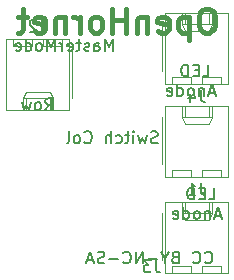
<source format=gbr>
G04 #@! TF.GenerationSoftware,KiCad,Pcbnew,(5.1.5-0-10_14)*
G04 #@! TF.CreationDate,2020-06-22T05:53:20+10:00*
G04 #@! TF.ProjectId,MasterModePushbutton,4d617374-6572-44d6-9f64-655075736862,rev?*
G04 #@! TF.SameCoordinates,Original*
G04 #@! TF.FileFunction,Legend,Bot*
G04 #@! TF.FilePolarity,Positive*
%FSLAX46Y46*%
G04 Gerber Fmt 4.6, Leading zero omitted, Abs format (unit mm)*
G04 Created by KiCad (PCBNEW (5.1.5-0-10_14)) date 2020-06-22 05:53:20*
%MOMM*%
%LPD*%
G04 APERTURE LIST*
%ADD10C,0.150000*%
%ADD11C,0.400000*%
%ADD12C,0.120000*%
G04 APERTURE END LIST*
D10*
X129157146Y-92721860D02*
X129490480Y-92245670D01*
X129728575Y-92721860D02*
X129728575Y-91721860D01*
X129347622Y-91721860D01*
X129252384Y-91769480D01*
X129204765Y-91817099D01*
X129157146Y-91912337D01*
X129157146Y-92055194D01*
X129204765Y-92150432D01*
X129252384Y-92198051D01*
X129347622Y-92245670D01*
X129728575Y-92245670D01*
X128585718Y-92721860D02*
X128680956Y-92674241D01*
X128728575Y-92626622D01*
X128776194Y-92531384D01*
X128776194Y-92245670D01*
X128728575Y-92150432D01*
X128680956Y-92102813D01*
X128585718Y-92055194D01*
X128442860Y-92055194D01*
X128347622Y-92102813D01*
X128300003Y-92150432D01*
X128252384Y-92245670D01*
X128252384Y-92531384D01*
X128300003Y-92626622D01*
X128347622Y-92674241D01*
X128442860Y-92721860D01*
X128585718Y-92721860D01*
X127919051Y-92055194D02*
X127728575Y-92721860D01*
X127538099Y-92245670D01*
X127347622Y-92721860D01*
X127157146Y-92055194D01*
X138650003Y-95468241D02*
X138507146Y-95515860D01*
X138269051Y-95515860D01*
X138173813Y-95468241D01*
X138126194Y-95420622D01*
X138078575Y-95325384D01*
X138078575Y-95230146D01*
X138126194Y-95134908D01*
X138173813Y-95087289D01*
X138269051Y-95039670D01*
X138459527Y-94992051D01*
X138554765Y-94944432D01*
X138602384Y-94896813D01*
X138650003Y-94801575D01*
X138650003Y-94706337D01*
X138602384Y-94611099D01*
X138554765Y-94563480D01*
X138459527Y-94515860D01*
X138221432Y-94515860D01*
X138078575Y-94563480D01*
X137745241Y-94849194D02*
X137554765Y-95515860D01*
X137364289Y-95039670D01*
X137173813Y-95515860D01*
X136983337Y-94849194D01*
X136602384Y-95515860D02*
X136602384Y-94849194D01*
X136602384Y-94515860D02*
X136650003Y-94563480D01*
X136602384Y-94611099D01*
X136554765Y-94563480D01*
X136602384Y-94515860D01*
X136602384Y-94611099D01*
X136269051Y-94849194D02*
X135888099Y-94849194D01*
X136126194Y-94515860D02*
X136126194Y-95373003D01*
X136078575Y-95468241D01*
X135983337Y-95515860D01*
X135888099Y-95515860D01*
X135126194Y-95468241D02*
X135221432Y-95515860D01*
X135411908Y-95515860D01*
X135507146Y-95468241D01*
X135554765Y-95420622D01*
X135602384Y-95325384D01*
X135602384Y-95039670D01*
X135554765Y-94944432D01*
X135507146Y-94896813D01*
X135411908Y-94849194D01*
X135221432Y-94849194D01*
X135126194Y-94896813D01*
X134697622Y-95515860D02*
X134697622Y-94515860D01*
X134269051Y-95515860D02*
X134269051Y-94992051D01*
X134316670Y-94896813D01*
X134411908Y-94849194D01*
X134554765Y-94849194D01*
X134650003Y-94896813D01*
X134697622Y-94944432D01*
X132459527Y-95420622D02*
X132507146Y-95468241D01*
X132650003Y-95515860D01*
X132745241Y-95515860D01*
X132888099Y-95468241D01*
X132983337Y-95373003D01*
X133030956Y-95277765D01*
X133078575Y-95087289D01*
X133078575Y-94944432D01*
X133030956Y-94753956D01*
X132983337Y-94658718D01*
X132888099Y-94563480D01*
X132745241Y-94515860D01*
X132650003Y-94515860D01*
X132507146Y-94563480D01*
X132459527Y-94611099D01*
X131888099Y-95515860D02*
X131983337Y-95468241D01*
X132030956Y-95420622D01*
X132078575Y-95325384D01*
X132078575Y-95039670D01*
X132030956Y-94944432D01*
X131983337Y-94896813D01*
X131888099Y-94849194D01*
X131745241Y-94849194D01*
X131650003Y-94896813D01*
X131602384Y-94944432D01*
X131554765Y-95039670D01*
X131554765Y-95325384D01*
X131602384Y-95420622D01*
X131650003Y-95468241D01*
X131745241Y-95515860D01*
X131888099Y-95515860D01*
X130983337Y-95515860D02*
X131078575Y-95468241D01*
X131126194Y-95373003D01*
X131126194Y-94515860D01*
X142468289Y-89864860D02*
X142944480Y-89864860D01*
X142944480Y-88864860D01*
X142134956Y-89341051D02*
X141801622Y-89341051D01*
X141658765Y-89864860D02*
X142134956Y-89864860D01*
X142134956Y-88864860D01*
X141658765Y-88864860D01*
X141230194Y-89864860D02*
X141230194Y-88864860D01*
X140992099Y-88864860D01*
X140849241Y-88912480D01*
X140754003Y-89007718D01*
X140706384Y-89102956D01*
X140658765Y-89293432D01*
X140658765Y-89436289D01*
X140706384Y-89626765D01*
X140754003Y-89722003D01*
X140849241Y-89817241D01*
X140992099Y-89864860D01*
X141230194Y-89864860D01*
X143468289Y-91229146D02*
X142992099Y-91229146D01*
X143563527Y-91514860D02*
X143230194Y-90514860D01*
X142896860Y-91514860D01*
X142563527Y-90848194D02*
X142563527Y-91514860D01*
X142563527Y-90943432D02*
X142515908Y-90895813D01*
X142420670Y-90848194D01*
X142277813Y-90848194D01*
X142182575Y-90895813D01*
X142134956Y-90991051D01*
X142134956Y-91514860D01*
X141515908Y-91514860D02*
X141611146Y-91467241D01*
X141658765Y-91419622D01*
X141706384Y-91324384D01*
X141706384Y-91038670D01*
X141658765Y-90943432D01*
X141611146Y-90895813D01*
X141515908Y-90848194D01*
X141373051Y-90848194D01*
X141277813Y-90895813D01*
X141230194Y-90943432D01*
X141182575Y-91038670D01*
X141182575Y-91324384D01*
X141230194Y-91419622D01*
X141277813Y-91467241D01*
X141373051Y-91514860D01*
X141515908Y-91514860D01*
X140325432Y-91514860D02*
X140325432Y-90514860D01*
X140325432Y-91467241D02*
X140420670Y-91514860D01*
X140611146Y-91514860D01*
X140706384Y-91467241D01*
X140754003Y-91419622D01*
X140801622Y-91324384D01*
X140801622Y-91038670D01*
X140754003Y-90943432D01*
X140706384Y-90895813D01*
X140611146Y-90848194D01*
X140420670Y-90848194D01*
X140325432Y-90895813D01*
X139468289Y-91467241D02*
X139563527Y-91514860D01*
X139754003Y-91514860D01*
X139849241Y-91467241D01*
X139896860Y-91372003D01*
X139896860Y-90991051D01*
X139849241Y-90895813D01*
X139754003Y-90848194D01*
X139563527Y-90848194D01*
X139468289Y-90895813D01*
X139420670Y-90991051D01*
X139420670Y-91086289D01*
X139896860Y-91181527D01*
X142976289Y-100278860D02*
X143452480Y-100278860D01*
X143452480Y-99278860D01*
X142642956Y-99755051D02*
X142309622Y-99755051D01*
X142166765Y-100278860D02*
X142642956Y-100278860D01*
X142642956Y-99278860D01*
X142166765Y-99278860D01*
X141738194Y-100278860D02*
X141738194Y-99278860D01*
X141500099Y-99278860D01*
X141357241Y-99326480D01*
X141262003Y-99421718D01*
X141214384Y-99516956D01*
X141166765Y-99707432D01*
X141166765Y-99850289D01*
X141214384Y-100040765D01*
X141262003Y-100136003D01*
X141357241Y-100231241D01*
X141500099Y-100278860D01*
X141738194Y-100278860D01*
X143976289Y-101643146D02*
X143500099Y-101643146D01*
X144071527Y-101928860D02*
X143738194Y-100928860D01*
X143404860Y-101928860D01*
X143071527Y-101262194D02*
X143071527Y-101928860D01*
X143071527Y-101357432D02*
X143023908Y-101309813D01*
X142928670Y-101262194D01*
X142785813Y-101262194D01*
X142690575Y-101309813D01*
X142642956Y-101405051D01*
X142642956Y-101928860D01*
X142023908Y-101928860D02*
X142119146Y-101881241D01*
X142166765Y-101833622D01*
X142214384Y-101738384D01*
X142214384Y-101452670D01*
X142166765Y-101357432D01*
X142119146Y-101309813D01*
X142023908Y-101262194D01*
X141881051Y-101262194D01*
X141785813Y-101309813D01*
X141738194Y-101357432D01*
X141690575Y-101452670D01*
X141690575Y-101738384D01*
X141738194Y-101833622D01*
X141785813Y-101881241D01*
X141881051Y-101928860D01*
X142023908Y-101928860D01*
X140833432Y-101928860D02*
X140833432Y-100928860D01*
X140833432Y-101881241D02*
X140928670Y-101928860D01*
X141119146Y-101928860D01*
X141214384Y-101881241D01*
X141262003Y-101833622D01*
X141309622Y-101738384D01*
X141309622Y-101452670D01*
X141262003Y-101357432D01*
X141214384Y-101309813D01*
X141119146Y-101262194D01*
X140928670Y-101262194D01*
X140833432Y-101309813D01*
X139976289Y-101881241D02*
X140071527Y-101928860D01*
X140262003Y-101928860D01*
X140357241Y-101881241D01*
X140404860Y-101786003D01*
X140404860Y-101405051D01*
X140357241Y-101309813D01*
X140262003Y-101262194D01*
X140071527Y-101262194D01*
X139976289Y-101309813D01*
X139928670Y-101405051D01*
X139928670Y-101500289D01*
X140404860Y-101595527D01*
X142663146Y-105604622D02*
X142710765Y-105652241D01*
X142853622Y-105699860D01*
X142948860Y-105699860D01*
X143091718Y-105652241D01*
X143186956Y-105557003D01*
X143234575Y-105461765D01*
X143282194Y-105271289D01*
X143282194Y-105128432D01*
X143234575Y-104937956D01*
X143186956Y-104842718D01*
X143091718Y-104747480D01*
X142948860Y-104699860D01*
X142853622Y-104699860D01*
X142710765Y-104747480D01*
X142663146Y-104795099D01*
X141663146Y-105604622D02*
X141710765Y-105652241D01*
X141853622Y-105699860D01*
X141948860Y-105699860D01*
X142091718Y-105652241D01*
X142186956Y-105557003D01*
X142234575Y-105461765D01*
X142282194Y-105271289D01*
X142282194Y-105128432D01*
X142234575Y-104937956D01*
X142186956Y-104842718D01*
X142091718Y-104747480D01*
X141948860Y-104699860D01*
X141853622Y-104699860D01*
X141710765Y-104747480D01*
X141663146Y-104795099D01*
X140139337Y-105176051D02*
X139996480Y-105223670D01*
X139948860Y-105271289D01*
X139901241Y-105366527D01*
X139901241Y-105509384D01*
X139948860Y-105604622D01*
X139996480Y-105652241D01*
X140091718Y-105699860D01*
X140472670Y-105699860D01*
X140472670Y-104699860D01*
X140139337Y-104699860D01*
X140044099Y-104747480D01*
X139996480Y-104795099D01*
X139948860Y-104890337D01*
X139948860Y-104985575D01*
X139996480Y-105080813D01*
X140044099Y-105128432D01*
X140139337Y-105176051D01*
X140472670Y-105176051D01*
X139282194Y-105223670D02*
X139282194Y-105699860D01*
X139615527Y-104699860D02*
X139282194Y-105223670D01*
X138948860Y-104699860D01*
X138615527Y-105318908D02*
X137853622Y-105318908D01*
X137377432Y-105699860D02*
X137377432Y-104699860D01*
X136806003Y-105699860D01*
X136806003Y-104699860D01*
X135758384Y-105604622D02*
X135806003Y-105652241D01*
X135948860Y-105699860D01*
X136044099Y-105699860D01*
X136186956Y-105652241D01*
X136282194Y-105557003D01*
X136329813Y-105461765D01*
X136377432Y-105271289D01*
X136377432Y-105128432D01*
X136329813Y-104937956D01*
X136282194Y-104842718D01*
X136186956Y-104747480D01*
X136044099Y-104699860D01*
X135948860Y-104699860D01*
X135806003Y-104747480D01*
X135758384Y-104795099D01*
X135329813Y-105318908D02*
X134567908Y-105318908D01*
X134139337Y-105652241D02*
X133996480Y-105699860D01*
X133758384Y-105699860D01*
X133663146Y-105652241D01*
X133615527Y-105604622D01*
X133567908Y-105509384D01*
X133567908Y-105414146D01*
X133615527Y-105318908D01*
X133663146Y-105271289D01*
X133758384Y-105223670D01*
X133948860Y-105176051D01*
X134044099Y-105128432D01*
X134091718Y-105080813D01*
X134139337Y-104985575D01*
X134139337Y-104890337D01*
X134091718Y-104795099D01*
X134044099Y-104747480D01*
X133948860Y-104699860D01*
X133710765Y-104699860D01*
X133567908Y-104747480D01*
X133186956Y-105414146D02*
X132710765Y-105414146D01*
X133282194Y-105699860D02*
X132948860Y-104699860D01*
X132615527Y-105699860D01*
X134865527Y-87699860D02*
X134865527Y-86699860D01*
X134532194Y-87414146D01*
X134198860Y-86699860D01*
X134198860Y-87699860D01*
X133294099Y-87699860D02*
X133294099Y-87176051D01*
X133341718Y-87080813D01*
X133436956Y-87033194D01*
X133627432Y-87033194D01*
X133722670Y-87080813D01*
X133294099Y-87652241D02*
X133389337Y-87699860D01*
X133627432Y-87699860D01*
X133722670Y-87652241D01*
X133770289Y-87557003D01*
X133770289Y-87461765D01*
X133722670Y-87366527D01*
X133627432Y-87318908D01*
X133389337Y-87318908D01*
X133294099Y-87271289D01*
X132865527Y-87652241D02*
X132770289Y-87699860D01*
X132579813Y-87699860D01*
X132484575Y-87652241D01*
X132436956Y-87557003D01*
X132436956Y-87509384D01*
X132484575Y-87414146D01*
X132579813Y-87366527D01*
X132722670Y-87366527D01*
X132817908Y-87318908D01*
X132865527Y-87223670D01*
X132865527Y-87176051D01*
X132817908Y-87080813D01*
X132722670Y-87033194D01*
X132579813Y-87033194D01*
X132484575Y-87080813D01*
X132151241Y-87033194D02*
X131770289Y-87033194D01*
X132008384Y-86699860D02*
X132008384Y-87557003D01*
X131960765Y-87652241D01*
X131865527Y-87699860D01*
X131770289Y-87699860D01*
X131056003Y-87652241D02*
X131151241Y-87699860D01*
X131341718Y-87699860D01*
X131436956Y-87652241D01*
X131484575Y-87557003D01*
X131484575Y-87176051D01*
X131436956Y-87080813D01*
X131341718Y-87033194D01*
X131151241Y-87033194D01*
X131056003Y-87080813D01*
X131008384Y-87176051D01*
X131008384Y-87271289D01*
X131484575Y-87366527D01*
X130579813Y-87699860D02*
X130579813Y-87033194D01*
X130579813Y-87223670D02*
X130532194Y-87128432D01*
X130484575Y-87080813D01*
X130389337Y-87033194D01*
X130294099Y-87033194D01*
X129960765Y-87699860D02*
X129960765Y-86699860D01*
X129627432Y-87414146D01*
X129294099Y-86699860D01*
X129294099Y-87699860D01*
X128675051Y-87699860D02*
X128770289Y-87652241D01*
X128817908Y-87604622D01*
X128865527Y-87509384D01*
X128865527Y-87223670D01*
X128817908Y-87128432D01*
X128770289Y-87080813D01*
X128675051Y-87033194D01*
X128532194Y-87033194D01*
X128436956Y-87080813D01*
X128389337Y-87128432D01*
X128341718Y-87223670D01*
X128341718Y-87509384D01*
X128389337Y-87604622D01*
X128436956Y-87652241D01*
X128532194Y-87699860D01*
X128675051Y-87699860D01*
X127484575Y-87699860D02*
X127484575Y-86699860D01*
X127484575Y-87652241D02*
X127579813Y-87699860D01*
X127770289Y-87699860D01*
X127865527Y-87652241D01*
X127913146Y-87604622D01*
X127960765Y-87509384D01*
X127960765Y-87223670D01*
X127913146Y-87128432D01*
X127865527Y-87080813D01*
X127770289Y-87033194D01*
X127579813Y-87033194D01*
X127484575Y-87080813D01*
X126627432Y-87652241D02*
X126722670Y-87699860D01*
X126913146Y-87699860D01*
X127008384Y-87652241D01*
X127056003Y-87557003D01*
X127056003Y-87176051D01*
X127008384Y-87080813D01*
X126913146Y-87033194D01*
X126722670Y-87033194D01*
X126627432Y-87080813D01*
X126579813Y-87176051D01*
X126579813Y-87271289D01*
X127056003Y-87366527D01*
D11*
X143008384Y-84152241D02*
X142627432Y-84152241D01*
X142436956Y-84247480D01*
X142246480Y-84437956D01*
X142151241Y-84818908D01*
X142151241Y-85485575D01*
X142246480Y-85866527D01*
X142436956Y-86057003D01*
X142627432Y-86152241D01*
X143008384Y-86152241D01*
X143198860Y-86057003D01*
X143389337Y-85866527D01*
X143484575Y-85485575D01*
X143484575Y-84818908D01*
X143389337Y-84437956D01*
X143198860Y-84247480D01*
X143008384Y-84152241D01*
X141294099Y-84818908D02*
X141294099Y-86818908D01*
X141294099Y-84914146D02*
X141103622Y-84818908D01*
X140722670Y-84818908D01*
X140532194Y-84914146D01*
X140436956Y-85009384D01*
X140341718Y-85199860D01*
X140341718Y-85771289D01*
X140436956Y-85961765D01*
X140532194Y-86057003D01*
X140722670Y-86152241D01*
X141103622Y-86152241D01*
X141294099Y-86057003D01*
X138722670Y-86057003D02*
X138913146Y-86152241D01*
X139294099Y-86152241D01*
X139484575Y-86057003D01*
X139579813Y-85866527D01*
X139579813Y-85104622D01*
X139484575Y-84914146D01*
X139294099Y-84818908D01*
X138913146Y-84818908D01*
X138722670Y-84914146D01*
X138627432Y-85104622D01*
X138627432Y-85295099D01*
X139579813Y-85485575D01*
X137770289Y-84818908D02*
X137770289Y-86152241D01*
X137770289Y-85009384D02*
X137675051Y-84914146D01*
X137484575Y-84818908D01*
X137198860Y-84818908D01*
X137008384Y-84914146D01*
X136913146Y-85104622D01*
X136913146Y-86152241D01*
X135960765Y-86152241D02*
X135960765Y-84152241D01*
X135960765Y-85104622D02*
X134817908Y-85104622D01*
X134817908Y-86152241D02*
X134817908Y-84152241D01*
X133579813Y-86152241D02*
X133770289Y-86057003D01*
X133865527Y-85961765D01*
X133960765Y-85771289D01*
X133960765Y-85199860D01*
X133865527Y-85009384D01*
X133770289Y-84914146D01*
X133579813Y-84818908D01*
X133294099Y-84818908D01*
X133103622Y-84914146D01*
X133008384Y-85009384D01*
X132913146Y-85199860D01*
X132913146Y-85771289D01*
X133008384Y-85961765D01*
X133103622Y-86057003D01*
X133294099Y-86152241D01*
X133579813Y-86152241D01*
X132056003Y-86152241D02*
X132056003Y-84818908D01*
X132056003Y-85199860D02*
X131960765Y-85009384D01*
X131865527Y-84914146D01*
X131675051Y-84818908D01*
X131484575Y-84818908D01*
X130817908Y-84818908D02*
X130817908Y-86152241D01*
X130817908Y-85009384D02*
X130722670Y-84914146D01*
X130532194Y-84818908D01*
X130246480Y-84818908D01*
X130056003Y-84914146D01*
X129960765Y-85104622D01*
X129960765Y-86152241D01*
X128246480Y-86057003D02*
X128436956Y-86152241D01*
X128817908Y-86152241D01*
X129008384Y-86057003D01*
X129103622Y-85866527D01*
X129103622Y-85104622D01*
X129008384Y-84914146D01*
X128817908Y-84818908D01*
X128436956Y-84818908D01*
X128246480Y-84914146D01*
X128151241Y-85104622D01*
X128151241Y-85295099D01*
X129103622Y-85485575D01*
X127579813Y-84818908D02*
X126817908Y-84818908D01*
X127294099Y-84152241D02*
X127294099Y-85866527D01*
X127198860Y-86057003D01*
X127008384Y-86152241D01*
X126817908Y-86152241D01*
D12*
X144022000Y-89873500D02*
X144022000Y-90473500D01*
X142422000Y-89873500D02*
X144022000Y-89873500D01*
X142422000Y-90473500D02*
X142422000Y-89873500D01*
X141482000Y-89873500D02*
X141482000Y-90473500D01*
X139882000Y-89873500D02*
X141482000Y-89873500D01*
X139882000Y-90473500D02*
X139882000Y-89873500D01*
X142972000Y-84453500D02*
X142972000Y-85453500D01*
X140932000Y-84453500D02*
X140932000Y-85453500D01*
X142972000Y-85983500D02*
X143222000Y-85453500D01*
X140932000Y-85983500D02*
X142972000Y-85983500D01*
X140682000Y-85453500D02*
X140932000Y-85983500D01*
X143222000Y-85453500D02*
X143222000Y-84453500D01*
X140682000Y-85453500D02*
X143222000Y-85453500D01*
X140682000Y-84453500D02*
X140682000Y-85453500D01*
X139012000Y-89443500D02*
X139012000Y-85443500D01*
X144602000Y-90473500D02*
X139302000Y-90473500D01*
X144602000Y-84453500D02*
X144602000Y-90473500D01*
X139302000Y-84453500D02*
X144602000Y-84453500D01*
X139302000Y-90473500D02*
X139302000Y-84453500D01*
X144022000Y-105875000D02*
X144022000Y-106475000D01*
X142422000Y-105875000D02*
X144022000Y-105875000D01*
X142422000Y-106475000D02*
X142422000Y-105875000D01*
X141482000Y-105875000D02*
X141482000Y-106475000D01*
X139882000Y-105875000D02*
X141482000Y-105875000D01*
X139882000Y-106475000D02*
X139882000Y-105875000D01*
X142972000Y-100455000D02*
X142972000Y-101455000D01*
X140932000Y-100455000D02*
X140932000Y-101455000D01*
X142972000Y-101985000D02*
X143222000Y-101455000D01*
X140932000Y-101985000D02*
X142972000Y-101985000D01*
X140682000Y-101455000D02*
X140932000Y-101985000D01*
X143222000Y-101455000D02*
X143222000Y-100455000D01*
X140682000Y-101455000D02*
X143222000Y-101455000D01*
X140682000Y-100455000D02*
X140682000Y-101455000D01*
X139012000Y-105445000D02*
X139012000Y-101445000D01*
X144602000Y-106475000D02*
X139302000Y-106475000D01*
X144602000Y-100455000D02*
X144602000Y-106475000D01*
X139302000Y-100455000D02*
X144602000Y-100455000D01*
X139302000Y-106475000D02*
X139302000Y-100455000D01*
X126420000Y-87299500D02*
X126420000Y-86699500D01*
X128020000Y-87299500D02*
X126420000Y-87299500D01*
X128020000Y-86699500D02*
X128020000Y-87299500D01*
X128960000Y-87299500D02*
X128960000Y-86699500D01*
X130560000Y-87299500D02*
X128960000Y-87299500D01*
X130560000Y-86699500D02*
X130560000Y-87299500D01*
X127470000Y-92719500D02*
X127470000Y-91719500D01*
X129510000Y-92719500D02*
X129510000Y-91719500D01*
X127470000Y-91189500D02*
X127220000Y-91719500D01*
X129510000Y-91189500D02*
X127470000Y-91189500D01*
X129760000Y-91719500D02*
X129510000Y-91189500D01*
X127220000Y-91719500D02*
X127220000Y-92719500D01*
X129760000Y-91719500D02*
X127220000Y-91719500D01*
X129760000Y-92719500D02*
X129760000Y-91719500D01*
X131430000Y-87729500D02*
X131430000Y-91729500D01*
X125840000Y-86699500D02*
X131140000Y-86699500D01*
X125840000Y-92719500D02*
X125840000Y-86699500D01*
X131140000Y-92719500D02*
X125840000Y-92719500D01*
X131140000Y-86699500D02*
X131140000Y-92719500D01*
X144022000Y-97747500D02*
X144022000Y-98347500D01*
X142422000Y-97747500D02*
X144022000Y-97747500D01*
X142422000Y-98347500D02*
X142422000Y-97747500D01*
X141482000Y-97747500D02*
X141482000Y-98347500D01*
X139882000Y-97747500D02*
X141482000Y-97747500D01*
X139882000Y-98347500D02*
X139882000Y-97747500D01*
X142972000Y-92327500D02*
X142972000Y-93327500D01*
X140932000Y-92327500D02*
X140932000Y-93327500D01*
X142972000Y-93857500D02*
X143222000Y-93327500D01*
X140932000Y-93857500D02*
X142972000Y-93857500D01*
X140682000Y-93327500D02*
X140932000Y-93857500D01*
X143222000Y-93327500D02*
X143222000Y-92327500D01*
X140682000Y-93327500D02*
X143222000Y-93327500D01*
X140682000Y-92327500D02*
X140682000Y-93327500D01*
X139012000Y-97317500D02*
X139012000Y-93317500D01*
X144602000Y-98347500D02*
X139302000Y-98347500D01*
X144602000Y-92327500D02*
X144602000Y-98347500D01*
X139302000Y-92327500D02*
X144602000Y-92327500D01*
X139302000Y-98347500D02*
X139302000Y-92327500D01*
D10*
X142285333Y-91015880D02*
X142285333Y-91730166D01*
X142332952Y-91873023D01*
X142428190Y-91968261D01*
X142571047Y-92015880D01*
X142666285Y-92015880D01*
X141380571Y-91349214D02*
X141380571Y-92015880D01*
X141618666Y-90968261D02*
X141856761Y-91682547D01*
X141237714Y-91682547D01*
X138475813Y-105437860D02*
X138475813Y-106152146D01*
X138523432Y-106295003D01*
X138618670Y-106390241D01*
X138761527Y-106437860D01*
X138856765Y-106437860D01*
X138094860Y-105437860D02*
X137475813Y-105437860D01*
X137809146Y-105818813D01*
X137666289Y-105818813D01*
X137571051Y-105866432D01*
X137523432Y-105914051D01*
X137475813Y-106009289D01*
X137475813Y-106247384D01*
X137523432Y-106342622D01*
X137571051Y-106390241D01*
X137666289Y-106437860D01*
X137952003Y-106437860D01*
X138047241Y-106390241D01*
X138094860Y-106342622D01*
X128823333Y-85061880D02*
X128823333Y-85776166D01*
X128870952Y-85919023D01*
X128966190Y-86014261D01*
X129109047Y-86061880D01*
X129204285Y-86061880D01*
X128394761Y-85157119D02*
X128347142Y-85109500D01*
X128251904Y-85061880D01*
X128013809Y-85061880D01*
X127918571Y-85109500D01*
X127870952Y-85157119D01*
X127823333Y-85252357D01*
X127823333Y-85347595D01*
X127870952Y-85490452D01*
X128442380Y-86061880D01*
X127823333Y-86061880D01*
X142285333Y-98889880D02*
X142285333Y-99604166D01*
X142332952Y-99747023D01*
X142428190Y-99842261D01*
X142571047Y-99889880D01*
X142666285Y-99889880D01*
X141285333Y-99889880D02*
X141856761Y-99889880D01*
X141571047Y-99889880D02*
X141571047Y-98889880D01*
X141666285Y-99032738D01*
X141761523Y-99127976D01*
X141856761Y-99175595D01*
M02*

</source>
